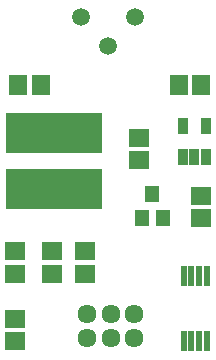
<source format=gbr>
G04 EAGLE Gerber RS-274X export*
G75*
%MOMM*%
%FSLAX34Y34*%
%LPD*%
%INSoldermask Top*%
%IPPOS*%
%AMOC8*
5,1,8,0,0,1.08239X$1,22.5*%
G01*
%ADD10R,8.203200X3.503200*%
%ADD11R,1.219200X1.346200*%
%ADD12R,0.503200X1.703200*%
%ADD13R,0.893200X1.403200*%
%ADD14C,1.511200*%
%ADD15C,1.611200*%
%ADD16R,1.703200X1.503200*%
%ADD17R,1.503200X1.703200*%


D10*
X197600Y757500D03*
X197600Y710500D03*
D11*
X281100Y706060D03*
X289990Y685740D03*
X272210Y685740D03*
D12*
X307500Y581300D03*
X314000Y581300D03*
X320500Y581300D03*
X327000Y581300D03*
X307500Y636800D03*
X314000Y636800D03*
X320500Y636800D03*
X327000Y636800D03*
D13*
X307222Y737399D03*
X316722Y737399D03*
X326222Y737399D03*
X326222Y763401D03*
X307222Y763401D03*
D14*
X243700Y831520D03*
X220840Y855650D03*
X266560Y855650D03*
D15*
X225700Y584300D03*
X225700Y604300D03*
X245700Y584300D03*
X245700Y604300D03*
X265700Y584300D03*
X265700Y604300D03*
D16*
X196000Y638500D03*
X196000Y657500D03*
X322349Y704500D03*
X322349Y685500D03*
X270000Y753500D03*
X270000Y734500D03*
X165000Y600500D03*
X165000Y581500D03*
X224000Y638500D03*
X224000Y657500D03*
D17*
X186500Y798000D03*
X167500Y798000D03*
X303500Y798000D03*
X322500Y798000D03*
D16*
X165000Y657500D03*
X165000Y638500D03*
M02*

</source>
